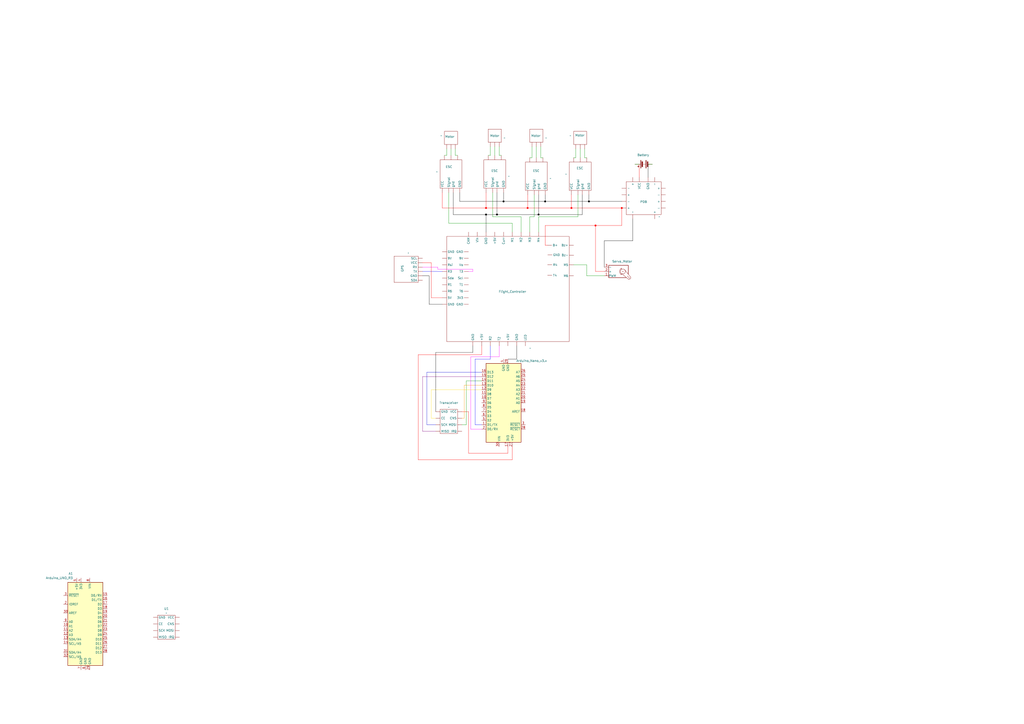
<source format=kicad_sch>
(kicad_sch (version 20231120) (generator "eeschema") (generator_version "8.0")
  (paper "A2")
  (lib_symbols
    (symbol "Device:Battery" (pin_numbers hide) (pin_names (offset 0) hide)
      (property "Reference" "BT" (at 2.54 2.54 0))
      (property "Value" "Battery" (at 2.54 0 0))
      (symbol "Battery_0_1"
        (rectangle (start -2.286 -1.27) (end 2.286 -1.524) (fill (type outline)))
        (rectangle (start -2.286 1.778) (end 2.286 1.524) (fill (type outline)))
        (rectangle (start -1.524 -2.032) (end 1.524 -2.54) (fill (type outline)))
        (rectangle (start -1.524 1.016) (end 1.524 0.508) (fill (type outline)))
        (polyline (pts (xy 0 -1.016) (xy 0 -0.762)))
        (polyline (pts (xy 0 -0.508) (xy 0 -0.254)))
        (polyline (pts (xy 0 0) (xy 0 0.254)))
        (polyline (pts (xy 0 1.778) (xy 0 2.54)))
        (polyline (pts (xy 0.762 3.048) (xy 1.778 3.048)) (stroke (width 0.254)))
        (polyline (pts (xy 1.27 3.556) (xy 1.27 2.54)) (stroke (width 0.254)))
      )
      (symbol "Battery_1_1"
        (pin passive line (at 0 5.08 270) (length 2.54) (name "+") (number "1"))
        (pin passive line (at 0 -5.08 90) (length 2.54) (name "-") (number "2"))
      )
    )
    (symbol "Drone Libraries:ESC_Littlebee"
      (property "Reference" "U" (at 0 0 0))
      (symbol "ESC_Littlebee_0_1"
        (rectangle (start -6.35 -1.27) (end 6.35 -17.78))
      )
      (symbol "ESC_Littlebee_1_1"
        (pin passive line (at -3.81 1.27 270) (length 2.54) (name "") (number ""))
        (pin passive line (at 0 1.27 270) (length 2.54) (name "") (number ""))
        (pin passive line (at 3.81 1.27 270) (length 2.54) (name "") (number ""))
        (pin passive line (at 5.08 -20.32 90) (length 2.54) (name "GND") (number ""))
        (pin passive line (at -1.27 -20.32 90) (length 2.54) (name "Signal") (number ""))
        (pin passive line (at -5.08 -20.32 90) (length 2.54) (name "VCC") (number ""))
        (pin passive line (at 1.27 -20.32 90) (length 2.54) (name "gnd") (number ""))
      )
    )
    (symbol "Drone Libraries:Flight_Controller_Holybro_Kakute_F722"
      (property "Reference" "U" (at 0 0 0))
      (symbol "Flight_Controller_Holybro_Kakute_F722_0_1"
        (rectangle (start -35.56 -1.27) (end 35.56 -62.23))
      )
      (symbol "Flight_Controller_Holybro_Kakute_F722_1_1"
        (pin passive line (at -15.24 -64.77 90) (length 2.54) (name "+5V") (number ""))
        (pin passive line (at -7.62 1.27 270) (length 2.54) (name "+5V") (number ""))
        (pin passive line (at 0 -64.77 90) (length 2.54) (name "+5V") (number ""))
        (pin passive line (at -22.86 -36.83 180) (length 2.54) (name "3V3") (number ""))
        (pin passive line (at -38.1 -36.83 0) (length 2.54) (name "5V") (number ""))
        (pin passive line (at -38.1 -13.97 0) (length 2.54) (name "9V") (number ""))
        (pin passive line (at -22.86 -13.97 180) (length 2.54) (name "9V") (number ""))
        (pin passive line (at 22.86 -6.35 0) (length 2.54) (name "B+") (number ""))
        (pin passive line (at 38.1 -6.35 180) (length 2.54) (name "Bz+") (number ""))
        (pin passive line (at 38.1952 -12.1043 180) (length 2.54) (name "Bz-") (number ""))
        (pin passive line (at -22.86 1.27 270) (length 2.54) (name "CAM") (number ""))
        (pin passive line (at -2.54 1.27 270) (length 2.54) (name "Curr") (number ""))
        (pin passive line (at -38.1 -40.64 0) (length 2.54) (name "GND") (number ""))
        (pin passive line (at -38.1 -10.16 0) (length 2.54) (name "GND") (number ""))
        (pin passive line (at -22.86 -40.64 180) (length 2.54) (name "GND") (number ""))
        (pin passive line (at -22.86 -10.16 180) (length 2.54) (name "GND") (number ""))
        (pin passive line (at -20.32 -64.77 90) (length 2.54) (name "GND") (number ""))
        (pin passive line (at -12.7 1.27 270) (length 2.54) (name "GND") (number ""))
        (pin passive line (at 5.08 -64.77 90) (length 2.54) (name "GND") (number ""))
        (pin passive line (at 23.0973 -11.9916 0) (length 2.54) (name "GND") (number ""))
        (pin passive line (at 10.16 -64.77 90) (length 2.54) (name "LED") (number ""))
        (pin passive line (at 2.54 1.27 270) (length 2.54) (name "M1") (number ""))
        (pin passive line (at 7.62 1.27 270) (length 2.54) (name "M2") (number ""))
        (pin passive line (at 12.7 1.27 270) (length 2.54) (name "M3") (number ""))
        (pin passive line (at 17.78 1.27 270) (length 2.54) (name "M4") (number ""))
        (pin passive line (at 38.1 -17.78 180) (length 2.54) (name "M5") (number ""))
        (pin passive line (at 38.1 -24.13 180) (length 2.54) (name "M6") (number ""))
        (pin passive line (at -38.1 -29.21 0) (length 2.54) (name "R1") (number ""))
        (pin passive line (at -10.16 -64.77 90) (length 2.54) (name "R2") (number ""))
        (pin passive line (at -38.1 -21.59 0) (length 2.54) (name "R3") (number ""))
        (pin passive line (at 22.9847 -17.7378 0) (length 2.54) (name "R4") (number ""))
        (pin passive line (at -38.1 -33.02 0) (length 2.54) (name "R6") (number ""))
        (pin passive line (at -38.1 -17.78 0) (length 2.54) (name "Rsi") (number ""))
        (pin passive line (at -22.86 -25.4 180) (length 2.54) (name "Scl") (number ""))
        (pin passive line (at -38.1 -25.4 0) (length 2.54) (name "Sda") (number ""))
        (pin passive line (at -22.86 -29.21 180) (length 2.54) (name "T1") (number ""))
        (pin passive line (at -5.08 -64.77 90) (length 2.54) (name "T2") (number ""))
        (pin passive line (at -22.86 -21.59 180) (length 2.54) (name "T3") (number ""))
        (pin passive line (at 22.9847 -23.822 0) (length 2.54) (name "T4") (number ""))
        (pin passive line (at -22.86 -33.02 180) (length 2.54) (name "T6") (number ""))
        (pin passive line (at -17.78 1.27 270) (length 2.54) (name "Vin") (number ""))
        (pin passive line (at -22.86 -17.78 180) (length 2.54) (name "Vo") (number ""))
      )
    )
    (symbol "Drone Libraries:GPS_BN-880"
      (property "Reference" "U" (at 0 0 0))
      (symbol "GPS_BN-880_0_1"
        (rectangle (start -7.62 -1.27) (end 7.62 -15.24))
      )
      (symbol "GPS_BN-880_1_1"
        (pin passive line (at -3.81 -17.78 90) (length 2.54) (name "GND") (number ""))
        (pin passive line (at 1.27 -17.78 90) (length 2.54) (name "RX") (number ""))
        (pin passive line (at 6.35 -17.78 90) (length 2.54) (name "SCL") (number ""))
        (pin passive line (at -6.35 -17.78 90) (length 2.54) (name "SDA") (number ""))
        (pin passive line (at -1.27 -17.78 90) (length 2.54) (name "TX") (number ""))
        (pin passive line (at 3.81 -17.78 90) (length 2.54) (name "VCC") (number ""))
      )
    )
    (symbol "Drone Libraries:Motor_rs2205_2300KV"
      (property "Reference" "M" (at 0 0 0))
      (symbol "Motor_rs2205_2300KV_0_1"
        (rectangle (start -3.81 -1.27) (end 3.81 -8.89))
      )
      (symbol "Motor_rs2205_2300KV_1_1"
        (pin passive line (at -2.54 -11.43 90) (length 2.54) (name "") (number ""))
        (pin passive line (at 0 -11.43 90) (length 2.54) (name "") (number ""))
        (pin passive line (at 2.54 -11.43 90) (length 2.54) (name "") (number ""))
      )
    )
    (symbol "Drone Libraries:PDB_Matek_xt60"
      (property "Reference" "PS" (at 0 0 0))
      (symbol "PDB_Matek_xt60_0_1"
        (rectangle (start -10.16 -1.27) (end 10.16 -20.32))
      )
      (symbol "PDB_Matek_xt60_1_1"
        (pin passive line (at -12.7 -12.7 0) (length 2.54) (name "+") (number ""))
        (pin passive line (at -12.7 -5.08 0) (length 2.54) (name "+") (number ""))
        (pin passive line (at -6.35 -22.86 90) (length 2.54) (name "+") (number ""))
        (pin passive line (at 6.35 1.27 270) (length 2.54) (name "+") (number ""))
        (pin passive line (at 12.7 -16.51 180) (length 2.54) (name "+") (number ""))
        (pin passive line (at 12.7 -8.89 180) (length 2.54) (name "+") (number ""))
        (pin passive line (at -12.7 -16.51 0) (length 2.54) (name "-") (number ""))
        (pin passive line (at -12.7 -8.89 0) (length 2.54) (name "-") (number ""))
        (pin passive line (at -6.35 1.27 270) (length 2.54) (name "-") (number ""))
        (pin passive line (at 6.35 -22.86 90) (length 2.54) (name "-") (number ""))
        (pin passive line (at 12.7 -12.7 180) (length 2.54) (name "-") (number ""))
        (pin passive line (at 12.7 -5.08 180) (length 2.54) (name "-") (number ""))
        (pin passive line (at 2.54 -22.86 90) (length 2.54) (name "GND") (number ""))
        (pin passive line (at -2.54 -22.86 90) (length 2.54) (name "VCC") (number ""))
      )
    )
    (symbol "Drone Libraries:Transceiver_nRF24L01+"
      (property "Reference" "U" (at 0 0 0))
      (symbol "Transceiver_nRF24L01+_0_1"
        (rectangle (start -5.08 -1.27) (end 5.08 -15.24))
      )
      (symbol "Transceiver_nRF24L01+_1_1"
        (pin passive line (at -7.62 -6.35 0) (length 2.54) (name "CE") (number ""))
        (pin passive line (at 7.62 -6.35 180) (length 2.54) (name "CNS") (number ""))
        (pin passive line (at -7.62 -2.54 0) (length 2.54) (name "GND") (number ""))
        (pin passive line (at 7.62 -13.97 180) (length 2.54) (name "IRQ") (number ""))
        (pin passive line (at -7.62 -13.97 0) (length 2.54) (name "MISO") (number ""))
        (pin passive line (at 7.62 -10.16 180) (length 2.54) (name "MOSI") (number ""))
        (pin passive line (at -7.62 -10.16 0) (length 2.54) (name "SCK") (number ""))
        (pin passive line (at 7.62 -2.54 180) (length 2.54) (name "VCC") (number ""))
      )
    )
    (symbol "MCU_Module:Arduino_Nano_v3.x"
      (property "Reference" "A" (at -10.16 23.495 0))
      (property "Value" "Arduino_Nano_v3.x" (at 5.08 -24.13 0))
      (symbol "Arduino_Nano_v3.x_0_1"
        (rectangle (start -10.16 22.86) (end 10.16 -22.86) (stroke (width 0.254)) (fill (type background)))
      )
      (symbol "Arduino_Nano_v3.x_1_1"
        (pin bidirectional line (at -12.7 12.7 0) (length 2.54) (name "D1/TX") (number "1"))
        (pin bidirectional line (at -12.7 -2.54 0) (length 2.54) (name "D7") (number "10"))
        (pin bidirectional line (at -12.7 -5.08 0) (length 2.54) (name "D8") (number "11"))
        (pin bidirectional line (at -12.7 -7.62 0) (length 2.54) (name "D9") (number "12"))
        (pin bidirectional line (at -12.7 -10.16 0) (length 2.54) (name "D10") (number "13"))
        (pin bidirectional line (at -12.7 -12.7 0) (length 2.54) (name "D11") (number "14"))
        (pin bidirectional line (at -12.7 -15.24 0) (length 2.54) (name "D12") (number "15"))
        (pin bidirectional line (at -12.7 -17.78 0) (length 2.54) (name "D13") (number "16"))
        (pin power_out line (at 2.54 25.4 270) (length 2.54) (name "3V3") (number "17"))
        (pin input line (at 12.7 5.08 180) (length 2.54) (name "AREF") (number "18"))
        (pin bidirectional line (at 12.7 0 180) (length 2.54) (name "A0") (number "19"))
        (pin bidirectional line (at -12.7 15.24 0) (length 2.54) (name "D0/RX") (number "2"))
        (pin bidirectional line (at 12.7 -2.54 180) (length 2.54) (name "A1") (number "20"))
        (pin bidirectional line (at 12.7 -5.08 180) (length 2.54) (name "A2") (number "21"))
        (pin bidirectional line (at 12.7 -7.62 180) (length 2.54) (name "A3") (number "22"))
        (pin bidirectional line (at 12.7 -10.16 180) (length 2.54) (name "A4") (number "23"))
        (pin bidirectional line (at 12.7 -12.7 180) (length 2.54) (name "A5") (number "24"))
        (pin bidirectional line (at 12.7 -15.24 180) (length 2.54) (name "A6") (number "25"))
        (pin bidirectional line (at 12.7 -17.78 180) (length 2.54) (name "A7") (number "26"))
        (pin power_out line (at 5.08 25.4 270) (length 2.54) (name "+5V") (number "27"))
        (pin input line (at 12.7 15.24 180) (length 2.54) (name "~{RESET}") (number "28"))
        (pin power_in line (at 2.54 -25.4 90) (length 2.54) (name "GND") (number "29"))
        (pin input line (at 12.7 12.7 180) (length 2.54) (name "~{RESET}") (number "3"))
        (pin power_in line (at -2.54 25.4 270) (length 2.54) (name "VIN") (number "30"))
        (pin power_in line (at 0 -25.4 90) (length 2.54) (name "GND") (number "4"))
        (pin bidirectional line (at -12.7 10.16 0) (length 2.54) (name "D2") (number "5"))
        (pin bidirectional line (at -12.7 7.62 0) (length 2.54) (name "D3") (number "6"))
        (pin bidirectional line (at -12.7 5.08 0) (length 2.54) (name "D4") (number "7"))
        (pin bidirectional line (at -12.7 2.54 0) (length 2.54) (name "D5") (number "8"))
        (pin bidirectional line (at -12.7 0 0) (length 2.54) (name "D6") (number "9"))
      )
    )
    (symbol "MCU_Module:Arduino_UNO_R3"
      (property "Reference" "A" (at -10.16 23.495 0))
      (property "Value" "Arduino_UNO_R3" (at 5.08 -26.67 0))
      (symbol "Arduino_UNO_R3_0_1"
        (rectangle (start -10.16 22.86) (end 10.16 -25.4) (stroke (width 0.254)) (fill (type background)))
      )
      (symbol "Arduino_UNO_R3_1_1"
        (pin no_connect line (at -10.16 -20.32 0) (length 2.54) hide (name "NC") (number "1"))
        (pin bidirectional line (at 12.7 -2.54 180) (length 2.54) (name "A1") (number "10"))
        (pin bidirectional line (at 12.7 -5.08 180) (length 2.54) (name "A2") (number "11"))
        (pin bidirectional line (at 12.7 -7.62 180) (length 2.54) (name "A3") (number "12"))
        (pin bidirectional line (at 12.7 -10.16 180) (length 2.54) (name "SDA/A4") (number "13"))
        (pin bidirectional line (at 12.7 -12.7 180) (length 2.54) (name "SCL/A5") (number "14"))
        (pin bidirectional line (at -12.7 15.24 0) (length 2.54) (name "D0/RX") (number "15"))
        (pin bidirectional line (at -12.7 12.7 0) (length 2.54) (name "D1/TX") (number "16"))
        (pin bidirectional line (at -12.7 10.16 0) (length 2.54) (name "D2") (number "17"))
        (pin bidirectional line (at -12.7 7.62 0) (length 2.54) (name "D3") (number "18"))
        (pin bidirectional line (at -12.7 5.08 0) (length 2.54) (name "D4") (number "19"))
        (pin output line (at 12.7 10.16 180) (length 2.54) (name "IOREF") (number "2"))
        (pin bidirectional line (at -12.7 2.54 0) (length 2.54) (name "D5") (number "20"))
        (pin bidirectional line (at -12.7 0 0) (length 2.54) (name "D6") (number "21"))
        (pin bidirectional line (at -12.7 -2.54 0) (length 2.54) (name "D7") (number "22"))
        (pin bidirectional line (at -12.7 -5.08 0) (length 2.54) (name "D8") (number "23"))
        (pin bidirectional line (at -12.7 -7.62 0) (length 2.54) (name "D9") (number "24"))
        (pin bidirectional line (at -12.7 -10.16 0) (length 2.54) (name "D10") (number "25"))
        (pin bidirectional line (at -12.7 -12.7 0) (length 2.54) (name "D11") (number "26"))
        (pin bidirectional line (at -12.7 -15.24 0) (length 2.54) (name "D12") (number "27"))
        (pin bidirectional line (at -12.7 -17.78 0) (length 2.54) (name "D13") (number "28"))
        (pin power_in line (at -2.54 -27.94 90) (length 2.54) (name "GND") (number "29"))
        (pin input line (at 12.7 15.24 180) (length 2.54) (name "~{RESET}") (number "3"))
        (pin input line (at 12.7 5.08 180) (length 2.54) (name "AREF") (number "30"))
        (pin bidirectional line (at 12.7 -17.78 180) (length 2.54) (name "SDA/A4") (number "31"))
        (pin bidirectional line (at 12.7 -20.32 180) (length 2.54) (name "SCL/A5") (number "32"))
        (pin power_out line (at 2.54 25.4 270) (length 2.54) (name "3V3") (number "4"))
        (pin power_out line (at 5.08 25.4 270) (length 2.54) (name "+5V") (number "5"))
        (pin power_in line (at 0 -27.94 90) (length 2.54) (name "GND") (number "6"))
        (pin power_in line (at 2.54 -27.94 90) (length 2.54) (name "GND") (number "7"))
        (pin power_in line (at -2.54 25.4 270) (length 2.54) (name "VIN") (number "8"))
        (pin bidirectional line (at 12.7 0 180) (length 2.54) (name "A0") (number "9"))
      )
    )
    (symbol "Motor:Motor_Servo" (pin_names (offset 0.0254))
      (property "Reference" "M" (at -5.08 4.445 0))
      (property "Value" "Motor_Servo" (at -5.08 -4.064 0))
      (symbol "Motor_Servo_0_1"
        (polyline (pts (xy 2.413 -1.778) (xy 2.032 -1.778)))
        (polyline (pts (xy 2.413 -1.778) (xy 2.286 -1.397)))
        (polyline (pts (xy 2.413 1.778) (xy 1.905 1.778)))
        (polyline (pts (xy 2.413 1.778) (xy 2.286 1.397)))
        (polyline (pts (xy 6.35 4.445) (xy 2.54 1.27)))
        (polyline (pts (xy 7.62 3.175) (xy 4.191 -1.016)))
        (polyline (pts (xy 5.08 3.556) (xy -5.08 3.556) (xy -5.08 -3.556) (xy 6.35 -3.556) (xy 6.35 1.524)) (stroke (width 0.254)))
        (arc (start 2.413 1.778) (mid 1.2406 0) (end 2.413 -1.778))
        (circle (center 3.175 0) (radius 0.1778))
        (circle (center 3.175 0) (radius 1.4224))
        (circle (center 5.969 2.794) (radius 0.127))
        (circle (center 6.477 3.302) (radius 0.127))
        (circle (center 6.985 3.81) (radius 0.127))
        (arc (start 7.62 3.175) (mid 7.4485 4.2735) (end 6.35 4.445))
      )
      (symbol "Motor_Servo_1_1"
        (pin passive line (at -7.62 2.54 0) (length 2.54) (name "PWM") (number "1"))
        (pin passive line (at -7.62 0 0) (length 2.54) (name "+") (number "2"))
        (pin passive line (at -7.62 -2.54 0) (length 2.54) (name "-") (number "3"))
      )
    )
  )
  (junction (at 281.94 124.46) (color 0 0 0 1))
  (junction (at 345.44 130.81) (color 255 0 0 1))
  (junction (at 341.63 116.84) (color 0 0 0 1))
  (junction (at 288.29 124.46) (color 0 0 0 1))
  (junction (at 292.1 116.84) (color 0 0 0 1))
  (junction (at 306.07 120.65) (color 255 0 0 1))
  (junction (at 281.94 120.65) (color 255 0 0 1))
  (junction (at 316.23 116.84) (color 0 0 0 1))
  (junction (at 331.47 120.65) (color 255 0 0 1))
  (junction (at 360.68 120.65) (color 255 0 0 1))
  (junction (at 312.42 124.46) (color 0 0 0 1))
  (wire (pts (xy 245.11 250.19) (xy 245.11 218.44)) (stroke (width 0) (color 128 0 128 1)))
  (wire (pts (xy 281.94 124.46) (xy 281.94 134.62)) (stroke (width 0) (color 0 0 0 1)))
  (wire (pts (xy 308.61 85.09) (xy 308.61 91.44)))
  (wire (pts (xy 250.19 172.72) (xy 250.19 152.4)) (stroke (width 0) (color 255 0 0 1)))
  (wire (pts (xy 340.36 160.02) (xy 340.36 153.67)))
  (wire (pts (xy 284.48 90.17) (xy 283.21 90.17)))
  (wire (pts (xy 297.18 266.7) (xy 242.57 266.7)) (stroke (width 0) (color 255 0 0 1)))
  (wire (pts (xy 245.11 154.94) (xy 254 154.94)) (stroke (width 0) (color 255 0 255 1)))
  (wire (pts (xy 316.23 113.03) (xy 316.23 116.84)) (stroke (width 0) (color 0 0 0 1)))
  (wire (pts (xy 350.52 160.02) (xy 340.36 160.02)))
  (wire (pts (xy 279.4 205.74) (xy 279.4 200.66)) (stroke (width 0) (color 255 0 0 1)))
  (wire (pts (xy 271.78 262.89) (xy 294.64 262.89)) (stroke (width 0) (color 255 0 0 1)))
  (wire (pts (xy 274.32 156.21) (xy 274.32 157.48)) (stroke (width 0) (color 255 0 255 1)))
  (wire (pts (xy 256.54 120.65) (xy 281.94 120.65)) (stroke (width 0) (color 255 0 0 1)))
  (wire (pts (xy 245.11 157.48) (xy 256.54 157.48)) (stroke (width 0) (color 0 0 255 1)))
  (wire (pts (xy 350.52 139.7) (xy 367.03 139.7)) (stroke (width 0) (color 0 0 0 1)))
  (wire (pts (xy 266.7 111.76) (xy 266.7 116.84)) (stroke (width 0) (color 0 0 0 1)))
  (wire (pts (xy 313.69 85.09) (xy 313.69 91.44)))
  (wire (pts (xy 275.59 246.38) (xy 275.59 208.28)) (stroke (width 0) (color 0 0 255 1)))
  (wire (pts (xy 302.26 134.62) (xy 302.26 125.73)))
  (wire (pts (xy 336.55 91.44) (xy 336.55 86.36)))
  (wire (pts (xy 309.88 113.03) (xy 309.88 125.73)))
  (wire (pts (xy 360.68 116.84) (xy 341.63 116.84)) (stroke (width 0) (color 0 0 0 1)))
  (wire (pts (xy 250.19 242.57) (xy 250.19 226.06)) (stroke (width 0) (color 255 222 33 1)))
  (wire (pts (xy 350.52 157.48) (xy 345.44 157.48)) (stroke (width 0) (color 255 0 0 1)))
  (wire (pts (xy 267.97 238.76) (xy 271.78 238.76)) (stroke (width 0) (color 255 0 0 1)))
  (wire (pts (xy 261.62 90.17) (xy 261.62 86.36)))
  (wire (pts (xy 339.09 86.36) (xy 339.09 91.44)))
  (wire (pts (xy 308.61 91.44) (xy 307.34 91.44)))
  (wire (pts (xy 316.23 142.24) (xy 317.5 142.24)) (stroke (width 0) (color 255 0 0 1)))
  (wire (pts (xy 274.32 204.47) (xy 274.32 200.66)) (stroke (width 0) (color 0 0 0 1)))
  (wire (pts (xy 335.28 113.03) (xy 335.28 125.73)))
  (wire (pts (xy 311.15 85.09) (xy 311.15 91.44)))
  (wire (pts (xy 248.92 160.02) (xy 248.92 176.53)) (stroke (width 0) (color 0 0 0 1)))
  (wire (pts (xy 252.73 250.19) (xy 245.11 250.19)) (stroke (width 0) (color 128 0 128 1)))
  (wire (pts (xy 285.75 111.76) (xy 285.75 125.73)))
  (wire (pts (xy 297.18 129.54) (xy 260.35 129.54)))
  (wire (pts (xy 360.68 130.81) (xy 360.68 120.65)) (stroke (width 0) (color 255 0 0 1)))
  (wire (pts (xy 269.24 242.57) (xy 269.24 223.52)) (stroke (width 0) (color 255 153 0 1)))
  (wire (pts (xy 274.32 204.47) (xy 252.73 204.47)) (stroke (width 0) (color 0 0 0 1)))
  (wire (pts (xy 281.94 111.76) (xy 281.94 120.65)) (stroke (width 0) (color 255 0 0 1)))
  (wire (pts (xy 288.29 124.46) (xy 312.42 124.46)) (stroke (width 0) (color 0 0 0 1)))
  (wire (pts (xy 302.26 125.73) (xy 285.75 125.73)))
  (wire (pts (xy 275.59 208.28) (xy 284.48 208.28)) (stroke (width 0) (color 0 0 255 1)))
  (wire (pts (xy 297.18 134.62) (xy 297.18 129.54)))
  (wire (pts (xy 271.78 238.76) (xy 271.78 262.89)) (stroke (width 0) (color 255 0 0 1)))
  (wire (pts (xy 247.65 215.9) (xy 279.4 215.9)) (stroke (width 0) (color 0 0 215 1)))
  (wire (pts (xy 254 154.94) (xy 254 156.21)) (stroke (width 0) (color 255 0 255 1)))
  (wire (pts (xy 260.35 129.54) (xy 260.35 111.76)))
  (wire (pts (xy 339.09 91.44) (xy 340.36 91.44)))
  (wire (pts (xy 350.52 154.94) (xy 350.52 139.7)) (stroke (width 0) (color 0 0 0 1)))
  (wire (pts (xy 252.73 204.47) (xy 252.73 238.76)) (stroke (width 0) (color 0 0 0 1)))
  (wire (pts (xy 292.1 116.84) (xy 316.23 116.84)) (stroke (width 0) (color 0 0 0 1)))
  (wire (pts (xy 252.73 242.57) (xy 250.19 242.57)) (stroke (width 0) (color 255 222 33 1)))
  (wire (pts (xy 334.01 86.36) (xy 334.01 91.44)))
  (wire (pts (xy 248.92 176.53) (xy 256.54 176.53)) (stroke (width 0) (color 0 0 0 1)))
  (wire (pts (xy 245.11 160.02) (xy 248.92 160.02)) (stroke (width 0) (color 0 0 0 1)))
  (wire (pts (xy 264.16 90.17) (xy 265.43 90.17)))
  (wire (pts (xy 292.1 111.76) (xy 292.1 116.84)) (stroke (width 0) (color 0 0 0 1)))
  (wire (pts (xy 375.92 102.87) (xy 375.92 95.25)) (stroke (width 0) (color 0 0 0 1)))
  (wire (pts (xy 360.68 120.65) (xy 331.47 120.65)) (stroke (width 0) (color 255 0 0 1)))
  (wire (pts (xy 289.56 85.09) (xy 289.56 90.17)))
  (wire (pts (xy 267.97 246.38) (xy 270.51 246.38)) (stroke (width 0) (color 0 150 0 1)))
  (wire (pts (xy 270.51 246.38) (xy 270.51 220.98)) (stroke (width 0) (color 0 150 0 1)))
  (wire (pts (xy 279.4 248.92) (xy 273.05 248.92)) (stroke (width 0) (color 255 0 255 1)))
  (wire (pts (xy 334.01 91.44) (xy 332.74 91.44)))
  (wire (pts (xy 312.42 125.73) (xy 312.42 134.62)))
  (wire (pts (xy 284.48 200.66) (xy 284.48 208.28)) (stroke (width 0) (color 0 0 255 1)))
  (wire (pts (xy 316.23 130.81) (xy 345.44 130.81)) (stroke (width 0) (color 255 0 0 1)))
  (wire (pts (xy 259.08 86.36) (xy 259.08 90.17)))
  (wire (pts (xy 312.42 124.46) (xy 337.82 124.46)) (stroke (width 0) (color 0 0 0 1)))
  (wire (pts (xy 299.72 208.28) (xy 299.72 200.66)) (stroke (width 0) (color 0 0 0 1)))
  (wire (pts (xy 287.02 85.09) (xy 287.02 90.17)))
  (wire (pts (xy 269.24 223.52) (xy 279.4 223.52)) (stroke (width 0) (color 255 153 0 1)))
  (wire (pts (xy 262.89 124.46) (xy 281.94 124.46)) (stroke (width 0) (color 0 0 0 1)))
  (wire (pts (xy 375.92 95.25) (xy 378.46 95.25)))
  (wire (pts (xy 252.73 246.38) (xy 247.65 246.38)) (stroke (width 0) (color 0 0 215 1)))
  (wire (pts (xy 332.74 153.67) (xy 340.36 153.67)))
  (wire (pts (xy 242.57 266.7) (xy 242.57 205.74)) (stroke (width 0) (color 255 0 0 1)))
  (wire (pts (xy 279.4 246.38) (xy 275.59 246.38)) (stroke (width 0) (color 0 0 255 1)))
  (wire (pts (xy 312.42 113.03) (xy 312.42 124.46)) (stroke (width 0) (color 0 0 0 1)))
  (wire (pts (xy 242.57 205.74) (xy 279.4 205.74)) (stroke (width 0) (color 255 0 0 1)))
  (wire (pts (xy 264.16 86.36) (xy 264.16 90.17)))
  (wire (pts (xy 273.05 248.92) (xy 273.05 207.01)) (stroke (width 0) (color 255 0 255 1)))
  (wire (pts (xy 254 156.21) (xy 274.32 156.21)) (stroke (width 0) (color 255 0 255 1)))
  (wire (pts (xy 313.69 91.44) (xy 314.96 91.44)))
  (wire (pts (xy 262.89 111.76) (xy 262.89 124.46)) (stroke (width 0) (color 0 0 0 1)))
  (wire (pts (xy 316.23 116.84) (xy 341.63 116.84)) (stroke (width 0) (color 0 0 0 1)))
  (wire (pts (xy 370.84 95.25) (xy 368.3 95.25)))
  (wire (pts (xy 294.64 262.89) (xy 294.64 259.08)) (stroke (width 0) (color 255 0 0 1)))
  (wire (pts (xy 256.54 172.72) (xy 250.19 172.72)) (stroke (width 0) (color 255 0 0 1)))
  (wire (pts (xy 256.54 111.76) (xy 256.54 120.65)) (stroke (width 0) (color 255 0 0 1)))
  (wire (pts (xy 273.05 207.01) (xy 289.56 207.01)) (stroke (width 0) (color 255 0 255 1)))
  (wire (pts (xy 316.23 142.24) (xy 316.23 130.81)) (stroke (width 0) (color 255 0 0 1)))
  (wire (pts (xy 281.94 120.65) (xy 306.07 120.65)) (stroke (width 0) (color 255 0 0 1)))
  (wire (pts (xy 335.28 125.73) (xy 312.42 125.73)))
  (wire (pts (xy 267.97 242.57) (xy 269.24 242.57)) (stroke (width 0) (color 255 153 0 1)))
  (wire (pts (xy 281.94 124.46) (xy 288.29 124.46)) (stroke (width 0) (color 0 0 0 1)))
  (wire (pts (xy 294.64 208.28) (xy 299.72 208.28)) (stroke (width 0) (color 0 0 0 1)))
  (wire (pts (xy 307.34 125.73) (xy 307.34 134.62)))
  (wire (pts (xy 259.08 90.17) (xy 257.81 90.17)))
  (wire (pts (xy 289.56 90.17) (xy 290.83 90.17)))
  (wire (pts (xy 331.47 120.65) (xy 331.47 113.03)) (stroke (width 0) (color 255 0 0 1)))
  (wire (pts (xy 309.88 125.73) (xy 307.34 125.73)))
  (wire (pts (xy 289.56 200.66) (xy 289.56 207.01)) (stroke (width 0) (color 255 0 255 1)))
  (wire (pts (xy 345.44 130.81) (xy 345.44 157.48)) (stroke (width 0) (color 255 0 0 1)))
  (wire (pts (xy 245.11 218.44) (xy 279.4 218.44)) (stroke (width 0) (color 128 0 128 1)))
  (wire (pts (xy 370.84 102.87) (xy 370.84 95.25)) (stroke (width 0) (color 255 0 0 1)))
  (wire (pts (xy 270.51 220.98) (xy 279.4 220.98)) (stroke (width 0) (color 0 150 0 1)))
  (wire (pts (xy 367.03 127) (xy 367.03 139.7)) (stroke (width 0) (color 0 0 0 1)))
  (wire (pts (xy 245.11 152.4) (xy 250.19 152.4)) (stroke (width 0) (color 255 0 0 1)))
  (wire (pts (xy 306.07 113.03) (xy 306.07 120.65)) (stroke (width 0) (color 255 0 0 1)))
  (wire (pts (xy 247.65 246.38) (xy 247.65 215.9)) (stroke (width 0) (color 0 0 215 1)))
  (wire (pts (xy 266.7 116.84) (xy 292.1 116.84)) (stroke (width 0) (color 0 0 0 1)))
  (wire (pts (xy 341.63 116.84) (xy 341.63 113.03)) (stroke (width 0) (color 0 0 0 1)))
  (wire (pts (xy 345.44 130.81) (xy 360.68 130.81)) (stroke (width 0) (color 255 0 0 1)))
  (wire (pts (xy 288.29 111.76) (xy 288.29 124.46)) (stroke (width 0) (color 0 0 0 1)))
  (wire (pts (xy 337.82 113.03) (xy 337.82 124.46)) (stroke (width 0) (color 0 0 0 1)))
  (wire (pts (xy 274.32 157.48) (xy 271.78 157.48)) (stroke (width 0) (color 255 0 255 1)))
  (wire (pts (xy 284.48 85.09) (xy 284.48 90.17)))
  (wire (pts (xy 297.18 259.08) (xy 297.18 266.7)) (stroke (width 0) (color 255 0 0 1)))
  (wire (pts (xy 306.07 120.65) (xy 331.47 120.65)) (stroke (width 0) (color 255 0 0 1)))
  (wire (pts (xy 250.19 226.06) (xy 279.4 226.06)) (stroke (width 0) (color 255 222 33 1)))
  (symbol (lib_id "Drone Libraries:Transceiver_nRF24L01+") (at 96.52 355.6 0) (unit 1)
    (property "Reference" "U1" (at 96.52 353.06 0))
    (property "Value" "~" (at 96.52 355.6 0))
  )
  (symbol (lib_id "MCU_Module:Arduino_UNO_R3") (at 49.53 360.68 0) (mirror y) (unit 1)
    (property "Reference" "A1" (at 42.2559 332.74 0) (effects (justify left)))
    (property "Value" "Arduino_UNO_R3" (at 42.2559 335.28 0) (effects (justify left)))
    (property "Footprint" "Module:Arduino_UNO_R3" (effects (hide yes)))
    (property "Datasheet" "https://www.arduino.cc/en/Main/arduinoBoardUno" (effects (hide yes)))
    (property "Description" "Arduino UNO Microcontroller Module, release 3" (effects (hide yes)))
  )
  (symbol (lib_name "Drone Libraries:ESC_Littlebee") (lib_id "Drone Libraries:ESC_Littlebee") (at 336.55 92.71 0) (unit 1)
    (property "Reference" "ESC" (at 338.328 97.536 0) (effects (justify right)))
    (property "Value" "~" (at 328.93 100.965 0) (effects (justify right)))
  )
  (symbol (lib_name "Drone Libraries:Motor_rs2205_2300KV") (lib_id "Drone Libraries:Motor_rs2205_2300KV") (at 336.55 74.93 0) (unit 1)
    (property "Reference" "Motor" (at 339.09 78.486 0) (effects (justify right)))
    (property "Value" "~" (at 331.47 78.74 0) (effects (justify right)))
  )
  (symbol (lib_id "MCU_Module:Arduino_Nano_v3.x") (at 292.1 233.68 0) (mirror x) (unit 1)
    (property "Reference" "A2" (effects (hide yes)))
    (property "Value" "Arduino_Nano_v3.x" (at 299.466 209.296 0) (effects (justify left)))
    (property "Footprint" "Module:Arduino_Nano" (effects (hide yes)))
    (property "Datasheet" "http://www.mouser.com/pdfdocs/Gravitech_Arduino_Nano3_0.pdf" (effects (hide yes)))
    (property "Description" "Arduino Nano v3.x" (effects (hide yes)))
  )
  (symbol (lib_id "Motor:Motor_Servo") (at 358.14 157.48 0) (mirror x) (unit 1)
    (property "Reference" "M1" (effects (hide yes)))
    (property "Value" "Servo_Motor" (at 355.092 151.638 0) (effects (justify left)))
    (property "Datasheet" "http://forums.parallax.com/uploads/attachments/46831/74481.png" (effects (hide yes)))
    (property "Description" "Servo Motor (Futaba, HiTec, JR connector)" (effects (hide yes)))
  )
  (symbol (lib_name "Drone Libraries:Motor_rs2205_2300KV") (lib_id "Drone Libraries:Motor_rs2205_2300KV") (at 311.15 73.66 0) (unit 1)
    (property "Reference" "Motor" (at 308.102 78.74 0) (effects (justify left)))
    (property "Value" "~" (at 316.23 80.01 0) (effects (justify left)))
  )
  (symbol (lib_id "Drone Libraries:Flight_Controller_Holybro_Kakute_F722") (at 294.64 135.89 0) (unit 1)
    (property "Reference" "Flight_Controller" (at 289.306 169.164 0) (effects (justify left)))
    (property "Value" "~" (at 306.9941 201.93 0) (effects (justify left)))
  )
  (symbol (lib_id "Drone Libraries:GPS_BN-880") (at 227.33 156.21 90) (unit 1)
    (property "Reference" "GPS" (at 233.426 157.734 0) (effects (justify left)))
    (property "Value" "~" (at 236.855 147.32 0) (effects (justify left)))
  )
  (symbol (lib_name "Drone Libraries:ESC_Littlebee") (lib_id "Drone Libraries:ESC_Littlebee") (at 311.15 92.71 0) (unit 1)
    (property "Reference" "ESC" (at 309.118 99.06 0) (effects (justify left)))
    (property "Value" "~" (at 318.77 103.505 0) (effects (justify left)))
  )
  (symbol (lib_id "Device:Battery") (at 373.38 95.25 90) (mirror x) (unit 1)
    (property "Reference" "BT1" (effects (hide yes)))
    (property "Value" "Battery" (at 373.126 89.916 90))
    (property "Description" "Multiple-cell battery" (effects (hide yes)))
  )
  (symbol (lib_name "Drone Libraries:Motor_rs2205_2300KV") (lib_id "Drone Libraries:Motor_rs2205_2300KV") (at 261.62 74.93 0) (unit 1)
    (property "Reference" "Motor" (at 263.652 79.248 0) (effects (justify right)))
    (property "Value" "~" (at 256.54 78.74 0) (effects (justify right)))
  )
  (symbol (lib_name "Drone Libraries:Motor_rs2205_2300KV") (lib_id "Drone Libraries:Motor_rs2205_2300KV") (at 287.02 73.66 0) (unit 1)
    (property "Reference" "Motor" (at 284.226 78.74 0) (effects (justify left)))
    (property "Value" "~" (at 292.1 80.01 0) (effects (justify left)))
  )
  (symbol (lib_id "Drone Libraries:PDB_Matek_xt60") (at 373.38 125.73 0) (mirror x) (unit 1)
    (property "Reference" "PDB" (at 371.348 117.094 0) (effects (justify left)))
    (property "Value" "~" (at 381.9241 125.73 0) (effects (justify left)))
  )
  (symbol (lib_name "Drone Libraries:ESC_Littlebee") (lib_id "Drone Libraries:ESC_Littlebee") (at 287.02 91.44 0) (unit 1)
    (property "Reference" "ESC" (at 284.988 99.06 0) (effects (justify left)))
    (property "Value" "~" (at 294.64 102.235 0) (effects (justify left)))
  )
  (symbol (lib_name "Drone Libraries:ESC_Littlebee") (lib_id "Drone Libraries:ESC_Littlebee") (at 261.62 91.44 0) (unit 1)
    (property "Reference" "ESC" (at 262.382 96.774 0) (effects (justify right)))
    (property "Value" "~" (at 254 99.695 0) (effects (justify right)))
  )
  (symbol (lib_name "Drone Libraries:Transceiver_nRF24L01+") (lib_id "Drone Libraries:Transceiver_nRF24L01+") (at 260.35 236.22 0) (unit 1)
    (property "Reference" "Transceiver" (at 260.35 233.68 0))
    (property "Value" "~" (at 260.35 236.22 0))
  )
)
</source>
